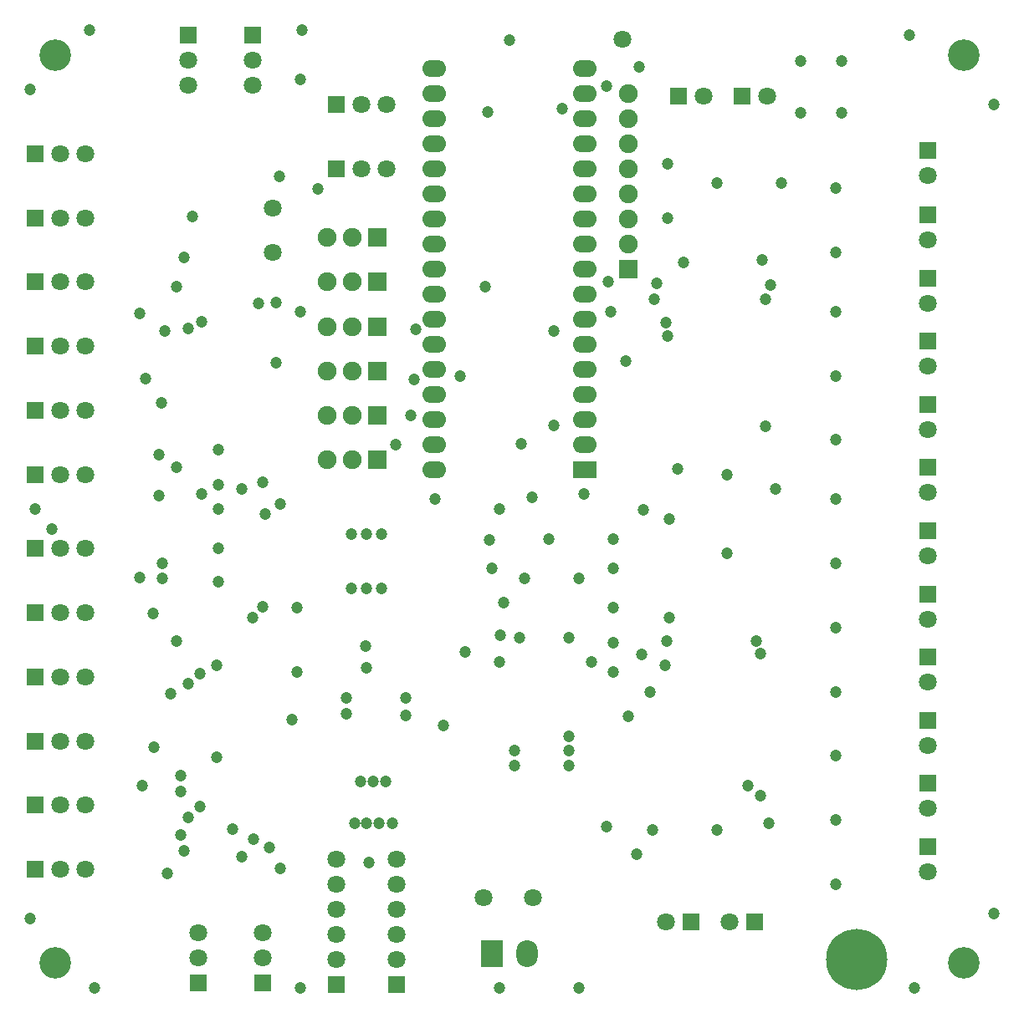
<source format=gbs>
G04 DipTrace 3.0.0.2*
G04 IOExpander.GBS*
%MOMM*%
G04 #@! TF.FileFunction,Soldermask,Bot*
G04 #@! TF.Part,Single*
%ADD53C,3.2*%
%ADD58C,1.2*%
%ADD71O,2.2X2.7*%
%ADD73R,2.2X2.7*%
%ADD81C,6.2*%
%ADD91C,1.8*%
%ADD95R,1.8X1.8*%
%ADD97C,1.9*%
%ADD99R,1.9X1.9*%
%ADD113C,1.8*%
%ADD115O,2.45X1.7*%
%ADD117R,2.45X1.7*%
%FSLAX35Y35*%
G04*
G71*
G90*
G75*
G01*
G04 BotMask*
%LPD*%
D58*
X8360000Y9540000D3*
X7950000D3*
X5980000Y1780000D3*
X6200000Y2900000D3*
X1630000Y7250000D3*
Y3660000D3*
Y5420000D3*
X6180000Y6500000D3*
X1630000Y3660000D3*
X6490000Y7290000D3*
X6180000Y6500000D3*
X6592000Y3660000D3*
X200000Y5000000D3*
X5830000Y3450000D3*
X4550000Y3550000D3*
X6570000Y3420000D3*
X6580000Y6890000D3*
X6310000Y9480000D3*
X6025000Y6995000D3*
X6580000Y6890000D3*
X5230000Y5120000D3*
X2680000Y5050000D3*
Y1360000D3*
X6460000Y7130000D3*
X6340000Y3530000D3*
X6350000Y4990000D3*
X1870000Y3330000D3*
X1880000Y6900000D3*
Y5150000D3*
X3580000Y1420000D3*
X1870000Y1990000D3*
Y3330000D3*
X7950000Y9010000D3*
X8360000D3*
X2639500Y6479500D3*
X2800000Y2870000D3*
X6000000Y7300000D3*
X1675000Y1695000D3*
X2410000Y1660000D3*
X2500000Y5270000D3*
Y4010000D3*
X2460000Y7080000D3*
X2200000Y1760000D3*
X6700000Y5410000D3*
X6600000Y6750000D3*
X2290000Y1480000D3*
Y5200000D3*
X6620000Y3900000D3*
Y4900000D3*
X2530000Y4950000D3*
X2570000Y1570000D3*
X2400000Y3900000D3*
X2640000Y7090000D3*
X6760000Y7500000D3*
X6420000Y3150000D3*
X7640000Y7270000D3*
X7690000Y5200000D3*
X7590000Y7130000D3*
Y5840000D3*
X1257427Y6982427D3*
X1710000Y7545000D3*
X1320000Y6325000D3*
X1475000Y6075000D3*
X7540000Y3540000D3*
Y2100000D3*
X7500000Y3660000D3*
X7410000Y2200000D3*
X1260000Y4305000D3*
X1485000Y4450000D3*
X1390000Y3940000D3*
X1485000Y4295000D3*
X1405000Y2586407D3*
X1675000Y2300000D3*
X1286520Y2201520D3*
X1675000Y2135000D3*
X1540000Y1310000D3*
X1710000Y1540000D3*
X5120000Y5660000D3*
X2880000Y7000000D3*
Y9350000D3*
X1750500Y3230000D3*
Y6830000D3*
Y1880000D3*
Y3230000D3*
X3430000Y1820000D3*
X3550000D3*
X3680000D3*
X3810000D3*
X3490000Y2240000D3*
X3620000D3*
X3750000D3*
X3400000Y4750000D3*
X3550000D3*
X3700000D3*
X3400000Y4200000D3*
X3550000D3*
X3700000D3*
X3350000Y3090000D3*
Y2930000D3*
X3950000Y3090000D3*
X4940000Y4050000D3*
X4820000Y4400000D3*
X4800000Y4690000D3*
X4910000Y3720000D3*
X4900000Y3450000D3*
X5100000Y3700000D3*
X5600000D3*
X6050000Y3350000D3*
Y3650000D3*
Y4000000D3*
Y4400000D3*
Y4700000D3*
X5400000D3*
X5150000Y4300000D3*
X5700000D3*
X3950000Y2910000D3*
X1570000Y3130000D3*
X1510000Y6800000D3*
X3550000Y3390000D3*
X9900000Y900000D3*
X9100000Y150000D3*
X5700000D3*
X5600000Y2700000D3*
X9900000Y9100000D3*
X9050000Y9800000D3*
X6600000Y7950000D3*
X6290000Y1500000D3*
X5600000Y2550000D3*
X6450000Y1750000D3*
X7100000D3*
X8300000Y1200000D3*
Y1850000D3*
Y2500000D3*
Y3150000D3*
Y3800000D3*
Y4450000D3*
Y5100000D3*
Y5700000D3*
Y6350000D3*
Y7000000D3*
Y7600000D3*
Y8250000D3*
X7750000Y8300000D3*
X7100000D3*
X6600000Y8500000D3*
X5600000Y2400000D3*
X5050000Y2550000D3*
Y2400000D3*
X4330000Y2810000D3*
X4900000Y5000000D3*
X4250000Y5100000D3*
X2050000Y5000000D3*
Y4600000D3*
Y5250000D3*
Y5600000D3*
X1450000Y5140000D3*
Y5550000D3*
X7555000Y7525000D3*
X5755000Y5155000D3*
X5980000Y9285000D3*
X2670000Y8370000D3*
X3060000Y8240000D3*
X4900000Y150000D3*
X7620000Y1820000D3*
X750000Y9850000D3*
X2900000D3*
X5000000Y9750000D3*
X4780000Y9020000D3*
X4750000Y7250000D3*
X4500000Y6350000D3*
X4000000Y5950000D3*
X1790000Y7960000D3*
X5450000Y6800000D3*
Y5850000D3*
X2050000Y4260000D3*
X2850000Y4000000D3*
Y3350000D3*
X150000Y850000D3*
X800000Y150000D3*
X150000Y9250000D3*
X7200000Y4550000D3*
Y5350000D3*
X5530000Y9060000D3*
X4030000Y6310000D3*
X3850000Y5650000D3*
X4050000Y6820000D3*
X2880000Y150000D3*
X3540000Y3610000D3*
X2040000Y3420000D3*
Y2490000D3*
X370000Y4800000D3*
D117*
X5762000Y5400000D3*
D115*
Y5654000D3*
Y5908000D3*
Y6162000D3*
Y6416000D3*
Y6670000D3*
Y6924000D3*
Y7178000D3*
Y7432000D3*
Y7686000D3*
Y7940000D3*
Y8194000D3*
Y8448000D3*
Y8702000D3*
Y8956000D3*
Y9210000D3*
Y9464000D3*
X4238000D3*
Y9210000D3*
Y8956000D3*
Y8702000D3*
Y8448000D3*
Y8194000D3*
Y7940000D3*
Y7686000D3*
Y7432000D3*
Y7178000D3*
Y6924000D3*
Y6670000D3*
Y6416000D3*
Y6162000D3*
Y5908000D3*
Y5654000D3*
Y5400000D3*
D113*
X2600000Y7600000D3*
Y8050000D3*
D99*
X3658000Y7750000D3*
D97*
X3404000D3*
X3150000D3*
D99*
X3658000Y7300000D3*
D97*
X3404000D3*
X3150000D3*
D99*
X3658000Y6850000D3*
D97*
X3404000D3*
X3150000D3*
D99*
X6200000Y7430000D3*
D97*
Y7684000D3*
Y7938000D3*
Y8192000D3*
Y8446000D3*
Y8700000D3*
Y8954000D3*
Y9208000D3*
D95*
X3250000Y8450000D3*
D113*
X3504000D3*
X3758000D3*
D99*
X3658000Y6400000D3*
D97*
X3404000D3*
X3150000D3*
D95*
X3250000Y9100000D3*
D113*
X3504000D3*
X3758000D3*
D99*
X3658000Y5950000D3*
D97*
X3404000D3*
X3150000D3*
D99*
X3658000Y5500000D3*
D97*
X3404000D3*
X3150000D3*
D95*
X3248000Y183000D3*
D113*
Y437000D3*
Y691000D3*
Y945000D3*
Y1199000D3*
Y1453000D3*
D95*
X3858000Y183000D3*
D113*
Y437000D3*
Y691000D3*
Y945000D3*
Y1199000D3*
Y1453000D3*
D91*
X5240000Y1060000D3*
X4740000D3*
D113*
X6140000Y9760000D3*
D81*
X8510000Y440000D3*
D73*
X4825000Y500000D3*
D71*
X5175000D3*
D95*
X2400000Y9800000D3*
D113*
Y9546000D3*
Y9292000D3*
D95*
X1750000Y9800000D3*
D113*
Y9546000D3*
Y9292000D3*
D95*
X200000Y8600000D3*
D113*
X454000D3*
X708000D3*
D95*
X200000Y7950000D3*
D113*
X454000D3*
X708000D3*
D95*
X200000Y7300000D3*
D113*
X454000D3*
X708000D3*
D95*
X200000Y6650000D3*
D113*
X454000D3*
X708000D3*
D95*
X200000Y6000000D3*
D113*
X454000D3*
X708000D3*
D95*
X200000Y5350000D3*
D113*
X454000D3*
X708000D3*
D95*
X200000Y4600000D3*
D113*
X454000D3*
X708000D3*
D95*
X200000Y3950000D3*
D113*
X454000D3*
X708000D3*
D95*
X200000Y3300000D3*
D113*
X454000D3*
X708000D3*
D95*
X200000Y2650000D3*
D113*
X454000D3*
X708000D3*
D95*
X200000Y2000000D3*
D113*
X454000D3*
X708000D3*
D95*
X200000Y1350000D3*
D113*
X454000D3*
X708000D3*
D95*
X1850000Y200000D3*
D113*
Y454000D3*
Y708000D3*
D95*
X2500000Y200000D3*
D113*
Y454000D3*
Y708000D3*
D95*
X6710000Y9180000D3*
D113*
X6964000D3*
D95*
X7350000D3*
D113*
X7604000D3*
D95*
X9230000Y8630000D3*
D113*
Y8376000D3*
D95*
Y7980000D3*
D113*
Y7726000D3*
D95*
Y7340000D3*
D113*
Y7086000D3*
D95*
Y6700000D3*
D113*
Y6446000D3*
D95*
Y6060000D3*
D113*
Y5806000D3*
D95*
Y5420000D3*
D113*
Y5166000D3*
D95*
Y4780000D3*
D113*
Y4526000D3*
D95*
Y4140000D3*
D113*
Y3886000D3*
D95*
Y3500000D3*
D113*
Y3246000D3*
D95*
Y2860000D3*
D113*
Y2606000D3*
D95*
Y2220000D3*
D113*
Y1966000D3*
D95*
Y1580000D3*
D113*
Y1326000D3*
D95*
X7480000Y820000D3*
D113*
X7226000D3*
D95*
X6840000D3*
D113*
X6586000D3*
D53*
X400000Y9600000D3*
X9600000D3*
X400000Y400000D3*
X9600000D3*
M02*

</source>
